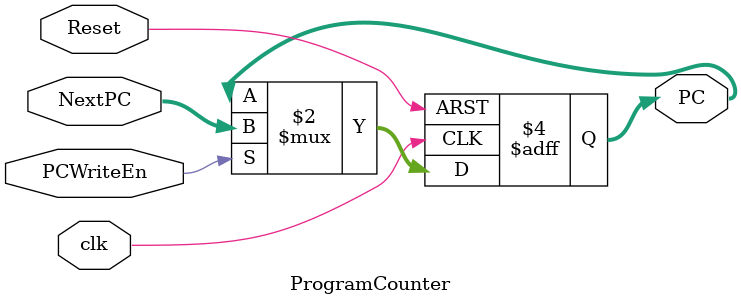
<source format=sv>
`timescale 1ns / 1ps
module ProgramCounter (input logic        clk, Reset, PCWriteEn,
                       input logic [31:0] NextPC,
                       output logic [31:0] PC);

    always_ff @(posedge clk or posedge Reset)
    begin
        if (Reset) 
            PC <= 32'h00400000;
        else if (PCWriteEn) 
            PC <= NextPC;
    end
    
endmodule

</source>
